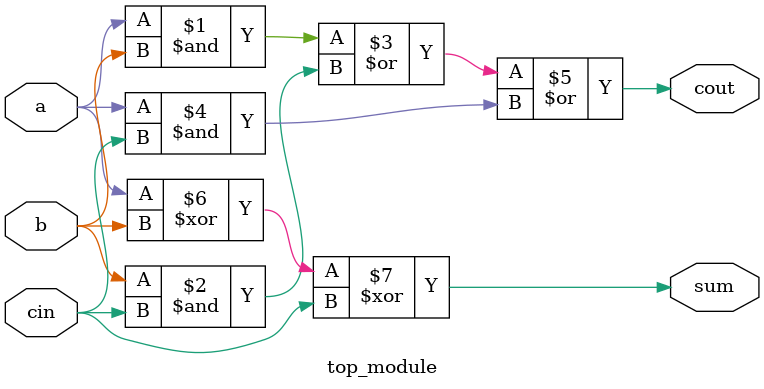
<source format=v>
module top_module( 
    input a, b, cin,
    output cout, sum );
	assign cout = a&b | b&cin | a&cin;
	assign sum  = a^b^cin;
endmodule

</source>
